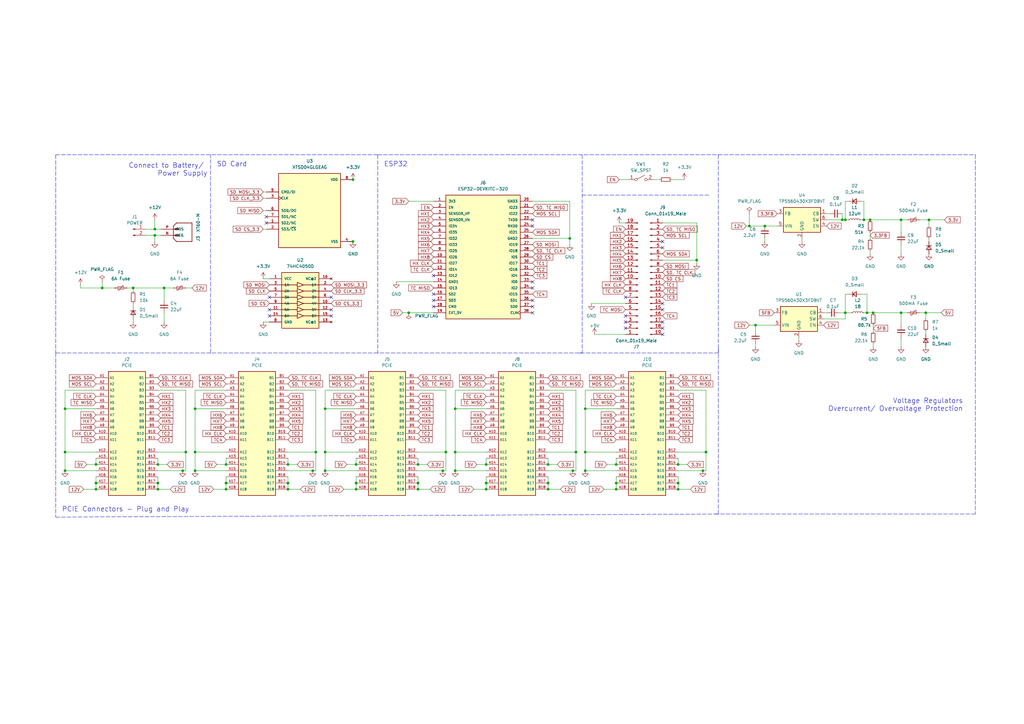
<source format=kicad_sch>
(kicad_sch (version 20211123) (generator eeschema)
  (paper "A3")
  (junction (at 236.22 185.42))
  (junction (at 144.78 73.66))
  (junction (at 186.69 185.42))
  (junction (at 369.57 128.27))
  (junction (at 356.87 90.17))
  (junction (at 240.03 185.42))
  (junction (at 167.64 128.27))
  (junction (at 118.11 198.12))
  (junction (at 309.88 133.35))
  (junction (at 234.95 193.04))
  (junction (at 67.31 118.11))
  (junction (at 171.45 200.66))
  (junction (at 133.35 167.64))
  (junction (at 224.79 190.5))
  (junction (at 80.01 167.64))
  (junction (at 54.61 118.11))
  (junction (at 129.54 185.42))
  (junction (at 118.11 200.66))
  (junction (at 63.5 96.52))
  (junction (at 199.39 200.66))
  (junction (at 26.67 167.64))
  (junction (at 92.71 190.5))
  (junction (at 146.05 190.5))
  (junction (at 278.13 198.12))
  (junction (at 358.14 128.27))
  (junction (at 199.39 198.12))
  (junction (at 144.78 99.06))
  (junction (at 252.73 200.66))
  (junction (at 224.79 200.66))
  (junction (at 64.77 190.5))
  (junction (at 146.05 200.66))
  (junction (at 354.33 90.17))
  (junction (at 369.57 90.17))
  (junction (at 199.39 190.5))
  (junction (at 133.35 193.04))
  (junction (at 92.71 198.12))
  (junction (at 240.03 167.64))
  (junction (at 133.35 185.42))
  (junction (at 252.73 190.5))
  (junction (at 39.37 200.66))
  (junction (at 39.37 198.12))
  (junction (at 381 90.17))
  (junction (at 182.88 185.42))
  (junction (at 252.73 198.12))
  (junction (at 80.01 185.42))
  (junction (at 278.13 190.5))
  (junction (at 146.05 198.12))
  (junction (at 288.29 193.04))
  (junction (at 39.37 190.5))
  (junction (at 186.69 167.64))
  (junction (at 74.93 193.04))
  (junction (at 224.79 198.12))
  (junction (at 41.91 118.11))
  (junction (at 118.11 190.5))
  (junction (at 26.67 185.42))
  (junction (at 64.77 198.12))
  (junction (at 345.44 90.17))
  (junction (at 285.75 106.68))
  (junction (at 92.71 200.66))
  (junction (at 64.77 200.66))
  (junction (at 80.01 193.04))
  (junction (at 233.68 97.79))
  (junction (at 346.71 128.27))
  (junction (at 186.69 193.04))
  (junction (at 76.2 185.42))
  (junction (at 355.6 128.27))
  (junction (at 63.5 93.98))
  (junction (at 379.73 128.27))
  (junction (at 346.71 90.17))
  (junction (at 26.67 193.04))
  (junction (at 181.61 193.04))
  (junction (at 240.03 193.04))
  (junction (at 278.13 200.66))
  (junction (at 128.27 193.04))
  (junction (at 171.45 190.5))
  (junction (at 307.34 92.71))
  (junction (at 171.45 198.12))
  (junction (at 313.69 92.71))
  (junction (at 289.56 185.42))
  (no_connect (at 271.78 99.06))
  (no_connect (at 256.54 134.62))
  (no_connect (at 135.89 121.92))
  (no_connect (at 256.54 132.08))
  (no_connect (at 271.78 101.6))
  (no_connect (at 177.8 125.73))
  (no_connect (at 256.54 121.92))
  (no_connect (at 218.44 128.27))
  (no_connect (at 218.44 90.17))
  (no_connect (at 218.44 92.71))
  (no_connect (at 135.89 127))
  (no_connect (at 271.78 134.62))
  (no_connect (at 218.44 125.73))
  (no_connect (at 177.8 123.19))
  (no_connect (at 110.49 127))
  (no_connect (at 271.78 127))
  (no_connect (at 177.8 113.03))
  (no_connect (at 110.49 129.54))
  (no_connect (at 271.78 124.46))
  (no_connect (at 271.78 132.08))
  (no_connect (at 218.44 123.19))
  (no_connect (at 218.44 118.11))
  (no_connect (at 109.22 88.9))
  (no_connect (at 177.8 120.65))
  (no_connect (at 218.44 115.57))
  (no_connect (at 110.49 121.92))
  (no_connect (at 109.22 91.44))
  (no_connect (at 135.89 129.54))
  (no_connect (at 271.78 137.16))
  (no_connect (at 256.54 129.54))
  (wire (pts (xy 67.31 118.11) (xy 71.12 118.11)))
  (wire (pts (xy 309.88 140.97) (xy 309.88 142.24)))
  (polyline (pts (xy 238.76 80.01) (xy 290.83 80.01)))
  (wire (pts (xy 278.13 185.42) (xy 289.56 185.42)))
  (wire (pts (xy 346.71 82.55) (xy 346.71 90.17)))
  (polyline (pts (xy 154.94 63.5) (xy 294.64 63.5)))
  (polyline (pts (xy 22.86 63.5) (xy 154.94 63.5)))
  (wire (pts (xy 107.95 93.98) (xy 109.22 93.98)))
  (wire (pts (xy 107.95 78.74) (xy 109.22 78.74)))
  (wire (pts (xy 54.61 124.46) (xy 54.61 125.73)))
  (wire (pts (xy 381 97.79) (xy 381 99.06)))
  (wire (pts (xy 195.58 190.5) (xy 199.39 190.5)))
  (wire (pts (xy 236.22 185.42) (xy 236.22 193.04)))
  (polyline (pts (xy 22.86 63.5) (xy 22.86 144.78)))
  (wire (pts (xy 64.77 198.12) (xy 64.77 200.66)))
  (wire (pts (xy 271.78 91.44) (xy 285.75 91.44)))
  (wire (pts (xy 118.11 193.04) (xy 128.27 193.04)))
  (wire (pts (xy 59.69 93.98) (xy 63.5 93.98)))
  (wire (pts (xy 26.67 167.64) (xy 26.67 185.42)))
  (wire (pts (xy 356.87 90.17) (xy 369.57 90.17)))
  (wire (pts (xy 278.13 200.66) (xy 283.21 200.66)))
  (wire (pts (xy 54.61 118.11) (xy 54.61 119.38)))
  (wire (pts (xy 118.11 187.96) (xy 118.11 190.5)))
  (wire (pts (xy 233.68 100.33) (xy 233.68 97.79)))
  (wire (pts (xy 347.98 120.65) (xy 346.71 120.65)))
  (polyline (pts (xy 294.64 63.5) (xy 294.64 144.78)))
  (wire (pts (xy 54.61 130.81) (xy 54.61 132.08)))
  (wire (pts (xy 107.95 86.36) (xy 109.22 86.36)))
  (wire (pts (xy 80.01 193.04) (xy 92.71 193.04)))
  (wire (pts (xy 80.01 167.64) (xy 92.71 167.64)))
  (wire (pts (xy 353.06 90.17) (xy 354.33 90.17)))
  (wire (pts (xy 339.09 87.63) (xy 340.36 87.63)))
  (wire (pts (xy 52.07 118.11) (xy 54.61 118.11)))
  (wire (pts (xy 278.13 187.96) (xy 278.13 190.5)))
  (wire (pts (xy 252.73 160.02) (xy 240.03 160.02)))
  (wire (pts (xy 224.79 198.12) (xy 224.79 200.66)))
  (polyline (pts (xy 238.76 144.78) (xy 237.49 144.78)))
  (wire (pts (xy 67.31 128.27) (xy 67.31 132.08)))
  (wire (pts (xy 41.91 118.11) (xy 46.99 118.11)))
  (wire (pts (xy 254 73.66) (xy 257.81 73.66)))
  (wire (pts (xy 186.69 193.04) (xy 199.39 193.04)))
  (wire (pts (xy 339.09 90.17) (xy 345.44 90.17)))
  (wire (pts (xy 80.01 160.02) (xy 80.01 167.64)))
  (wire (pts (xy 33.02 118.11) (xy 41.91 118.11)))
  (polyline (pts (xy 22.86 144.78) (xy 22.86 212.09)))
  (wire (pts (xy 275.59 73.66) (xy 280.67 73.66)))
  (wire (pts (xy 182.88 160.02) (xy 182.88 185.42)))
  (wire (pts (xy 140.97 200.66) (xy 146.05 200.66)))
  (wire (pts (xy 64.77 160.02) (xy 76.2 160.02)))
  (wire (pts (xy 236.22 160.02) (xy 236.22 185.42)))
  (wire (pts (xy 353.06 82.55) (xy 354.33 82.55)))
  (wire (pts (xy 142.24 190.5) (xy 146.05 190.5)))
  (wire (pts (xy 252.73 195.58) (xy 252.73 198.12)))
  (wire (pts (xy 309.88 133.35) (xy 317.5 133.35)))
  (wire (pts (xy 199.39 198.12) (xy 199.39 200.66)))
  (wire (pts (xy 236.22 193.04) (xy 234.95 193.04)))
  (wire (pts (xy 381 90.17) (xy 381 92.71)))
  (polyline (pts (xy 400.05 210.82) (xy 293.37 210.82)))
  (wire (pts (xy 182.88 193.04) (xy 181.61 193.04)))
  (wire (pts (xy 354.33 90.17) (xy 356.87 90.17)))
  (wire (pts (xy 307.34 87.63) (xy 307.34 92.71)))
  (wire (pts (xy 118.11 200.66) (xy 123.19 200.66)))
  (wire (pts (xy 171.45 160.02) (xy 182.88 160.02)))
  (wire (pts (xy 146.05 160.02) (xy 133.35 160.02)))
  (polyline (pts (xy 294.64 63.5) (xy 400.05 63.5)))
  (wire (pts (xy 278.13 198.12) (xy 278.13 200.66)))
  (wire (pts (xy 118.11 190.5) (xy 121.92 190.5)))
  (wire (pts (xy 267.97 73.66) (xy 270.51 73.66)))
  (wire (pts (xy 142.24 73.66) (xy 144.78 73.66)))
  (wire (pts (xy 76.2 185.42) (xy 76.2 193.04)))
  (wire (pts (xy 171.45 185.42) (xy 182.88 185.42)))
  (wire (pts (xy 171.45 187.96) (xy 171.45 190.5)))
  (wire (pts (xy 354.33 128.27) (xy 355.6 128.27)))
  (wire (pts (xy 186.69 160.02) (xy 186.69 167.64)))
  (wire (pts (xy 76.2 193.04) (xy 74.93 193.04)))
  (wire (pts (xy 182.88 185.42) (xy 182.88 193.04)))
  (wire (pts (xy 76.2 118.11) (xy 78.74 118.11)))
  (wire (pts (xy 107.95 132.08) (xy 110.49 132.08)))
  (wire (pts (xy 356.87 102.87) (xy 356.87 104.14)))
  (wire (pts (xy 194.31 200.66) (xy 199.39 200.66)))
  (wire (pts (xy 355.6 120.65) (xy 355.6 128.27)))
  (wire (pts (xy 247.65 200.66) (xy 252.73 200.66)))
  (wire (pts (xy 379.73 128.27) (xy 386.08 128.27)))
  (wire (pts (xy 345.44 87.63) (xy 345.44 90.17)))
  (wire (pts (xy 327.66 138.43) (xy 327.66 139.7)))
  (wire (pts (xy 379.73 135.89) (xy 379.73 137.16)))
  (wire (pts (xy 369.57 100.33) (xy 369.57 104.14)))
  (wire (pts (xy 64.77 185.42) (xy 76.2 185.42)))
  (wire (pts (xy 369.57 128.27) (xy 372.11 128.27)))
  (wire (pts (xy 146.05 187.96) (xy 146.05 190.5)))
  (wire (pts (xy 87.63 200.66) (xy 92.71 200.66)))
  (wire (pts (xy 358.14 133.35) (xy 358.14 135.89)))
  (wire (pts (xy 278.13 190.5) (xy 281.94 190.5)))
  (wire (pts (xy 92.71 195.58) (xy 92.71 198.12)))
  (wire (pts (xy 224.79 185.42) (xy 236.22 185.42)))
  (wire (pts (xy 167.64 82.55) (xy 177.8 82.55)))
  (wire (pts (xy 34.29 200.66) (xy 39.37 200.66)))
  (wire (pts (xy 186.69 167.64) (xy 199.39 167.64)))
  (wire (pts (xy 218.44 82.55) (xy 233.68 82.55)))
  (wire (pts (xy 358.14 140.97) (xy 358.14 142.24)))
  (wire (pts (xy 240.03 193.04) (xy 252.73 193.04)))
  (wire (pts (xy 337.82 130.81) (xy 346.71 130.81)))
  (wire (pts (xy 129.54 185.42) (xy 129.54 193.04)))
  (wire (pts (xy 242.57 124.46) (xy 256.54 124.46)))
  (wire (pts (xy 26.67 185.42) (xy 26.67 193.04)))
  (wire (pts (xy 171.45 200.66) (xy 176.53 200.66)))
  (wire (pts (xy 80.01 185.42) (xy 92.71 185.42)))
  (wire (pts (xy 118.11 195.58) (xy 118.11 198.12)))
  (wire (pts (xy 26.67 193.04) (xy 39.37 193.04)))
  (wire (pts (xy 92.71 187.96) (xy 92.71 190.5)))
  (polyline (pts (xy 400.05 63.5) (xy 400.05 210.82)))
  (wire (pts (xy 252.73 198.12) (xy 252.73 200.66)))
  (wire (pts (xy 224.79 193.04) (xy 234.95 193.04)))
  (wire (pts (xy 347.98 82.55) (xy 346.71 82.55)))
  (wire (pts (xy 41.91 115.57) (xy 41.91 118.11)))
  (wire (pts (xy 63.5 93.98) (xy 66.04 93.98)))
  (wire (pts (xy 369.57 138.43) (xy 369.57 142.24)))
  (wire (pts (xy 240.03 185.42) (xy 252.73 185.42)))
  (wire (pts (xy 59.69 96.52) (xy 63.5 96.52)))
  (wire (pts (xy 118.11 160.02) (xy 129.54 160.02)))
  (wire (pts (xy 171.45 193.04) (xy 181.61 193.04)))
  (wire (pts (xy 167.64 128.27) (xy 177.8 128.27)))
  (wire (pts (xy 80.01 167.64) (xy 80.01 185.42)))
  (wire (pts (xy 35.56 190.5) (xy 39.37 190.5)))
  (wire (pts (xy 218.44 97.79) (xy 233.68 97.79)))
  (wire (pts (xy 307.34 92.71) (xy 313.69 92.71)))
  (wire (pts (xy 356.87 95.25) (xy 356.87 97.79)))
  (wire (pts (xy 289.56 160.02) (xy 289.56 185.42)))
  (polyline (pts (xy 154.94 63.5) (xy 154.94 144.78)))
  (wire (pts (xy 313.69 92.71) (xy 318.77 92.71)))
  (wire (pts (xy 146.05 195.58) (xy 146.05 198.12)))
  (wire (pts (xy 107.95 81.28) (xy 109.22 81.28)))
  (wire (pts (xy 88.9 190.5) (xy 92.71 190.5)))
  (wire (pts (xy 133.35 167.64) (xy 133.35 185.42)))
  (wire (pts (xy 285.75 91.44) (xy 285.75 106.68)))
  (wire (pts (xy 146.05 198.12) (xy 146.05 200.66)))
  (wire (pts (xy 278.13 193.04) (xy 288.29 193.04)))
  (wire (pts (xy 278.13 195.58) (xy 278.13 198.12)))
  (wire (pts (xy 372.11 90.17) (xy 369.57 90.17)))
  (wire (pts (xy 346.71 90.17) (xy 347.98 90.17)))
  (wire (pts (xy 76.2 160.02) (xy 76.2 185.42)))
  (wire (pts (xy 39.37 187.96) (xy 39.37 190.5)))
  (wire (pts (xy 162.56 115.57) (xy 177.8 115.57)))
  (wire (pts (xy 165.1 128.27) (xy 167.64 128.27)))
  (wire (pts (xy 171.45 195.58) (xy 171.45 198.12)))
  (wire (pts (xy 307.34 133.35) (xy 309.88 133.35)))
  (wire (pts (xy 133.35 185.42) (xy 146.05 185.42)))
  (wire (pts (xy 252.73 187.96) (xy 252.73 190.5)))
  (wire (pts (xy 344.17 128.27) (xy 346.71 128.27)))
  (wire (pts (xy 118.11 198.12) (xy 118.11 200.66)))
  (polyline (pts (xy 294.64 144.78) (xy 154.94 144.78)))
  (wire (pts (xy 186.69 185.42) (xy 186.69 193.04)))
  (wire (pts (xy 80.01 185.42) (xy 80.01 193.04)))
  (wire (pts (xy 39.37 195.58) (xy 39.37 198.12)))
  (polyline (pts (xy 86.36 144.78) (xy 86.36 63.5)))
  (wire (pts (xy 171.45 198.12) (xy 171.45 200.66)))
  (wire (pts (xy 92.71 160.02) (xy 80.01 160.02)))
  (wire (pts (xy 171.45 190.5) (xy 175.26 190.5)))
  (wire (pts (xy 240.03 185.42) (xy 240.03 193.04)))
  (wire (pts (xy 133.35 160.02) (xy 133.35 167.64)))
  (wire (pts (xy 285.75 107.95) (xy 285.75 106.68)))
  (polyline (pts (xy 294.64 210.82) (xy 294.64 142.24)))
  (wire (pts (xy 240.03 167.64) (xy 240.03 185.42)))
  (wire (pts (xy 377.19 128.27) (xy 379.73 128.27)))
  (wire (pts (xy 26.67 160.02) (xy 26.67 167.64)))
  (wire (pts (xy 289.56 185.42) (xy 289.56 193.04)))
  (wire (pts (xy 186.69 185.42) (xy 199.39 185.42)))
  (wire (pts (xy 328.93 97.79) (xy 328.93 99.06)))
  (wire (pts (xy 353.06 120.65) (xy 355.6 120.65)))
  (wire (pts (xy 186.69 167.64) (xy 186.69 185.42)))
  (wire (pts (xy 133.35 193.04) (xy 146.05 193.04)))
  (wire (pts (xy 199.39 195.58) (xy 199.39 198.12)))
  (wire (pts (xy 254 91.44) (xy 256.54 91.44)))
  (wire (pts (xy 243.84 137.16) (xy 256.54 137.16)))
  (wire (pts (xy 337.82 128.27) (xy 339.09 128.27)))
  (wire (pts (xy 379.73 128.27) (xy 379.73 130.81)))
  (wire (pts (xy 271.78 106.68) (xy 285.75 106.68)))
  (wire (pts (xy 240.03 160.02) (xy 240.03 167.64)))
  (wire (pts (xy 63.5 96.52) (xy 66.04 96.52)))
  (wire (pts (xy 64.77 200.66) (xy 69.85 200.66)))
  (wire (pts (xy 345.44 90.17) (xy 346.71 90.17)))
  (wire (pts (xy 64.77 193.04) (xy 74.93 193.04)))
  (wire (pts (xy 107.95 114.3) (xy 110.49 114.3)))
  (wire (pts (xy 199.39 160.02) (xy 186.69 160.02)))
  (wire (pts (xy 63.5 96.52) (xy 63.5 99.06)))
  (wire (pts (xy 377.19 90.17) (xy 381 90.17)))
  (wire (pts (xy 248.92 190.5) (xy 252.73 190.5)))
  (wire (pts (xy 67.31 123.19) (xy 67.31 118.11)))
  (wire (pts (xy 369.57 128.27) (xy 369.57 133.35)))
  (wire (pts (xy 133.35 167.64) (xy 146.05 167.64)))
  (wire (pts (xy 199.39 187.96) (xy 199.39 190.5)))
  (wire (pts (xy 240.03 167.64) (xy 252.73 167.64)))
  (wire (pts (xy 224.79 160.02) (xy 236.22 160.02)))
  (wire (pts (xy 142.24 99.06) (xy 144.78 99.06)))
  (wire (pts (xy 306.07 92.71) (xy 307.34 92.71)))
  (wire (pts (xy 278.13 160.02) (xy 289.56 160.02)))
  (wire (pts (xy 346.71 120.65) (xy 346.71 128.27)))
  (wire (pts (xy 358.14 128.27) (xy 369.57 128.27)))
  (wire (pts (xy 224.79 190.5) (xy 228.6 190.5)))
  (wire (pts (xy 26.67 167.64) (xy 39.37 167.64)))
  (wire (pts (xy 118.11 185.42) (xy 129.54 185.42)))
  (wire (pts (xy 233.68 82.55) (xy 233.68 97.79)))
  (wire (pts (xy 354.33 82.55) (xy 354.33 90.17)))
  (wire (pts (xy 64.77 187.96) (xy 64.77 190.5)))
  (wire (pts (xy 63.5 90.17) (xy 63.5 93.98)))
  (wire (pts (xy 64.77 190.5) (xy 68.58 190.5)))
  (wire (pts (xy 313.69 97.79) (xy 313.69 99.06)))
  (wire (pts (xy 224.79 187.96) (xy 224.79 190.5)))
  (wire (pts (xy 64.77 195.58) (xy 64.77 198.12)))
  (wire (pts (xy 129.54 160.02) (xy 129.54 185.42)))
  (wire (pts (xy 133.35 185.42) (xy 133.35 193.04)))
  (wire (pts (xy 33.02 118.11) (xy 33.02 116.84)))
  (polyline (pts (xy 22.86 212.09) (xy 294.64 210.82)))
  (wire (pts (xy 346.71 130.81) (xy 346.71 128.27)))
  (wire (pts (xy 26.67 185.42) (xy 39.37 185.42)))
  (wire (pts (xy 54.61 118.11) (xy 67.31 118.11)))
  (polyline (pts (xy 238.76 63.5) (xy 238.76 144.78)))
  (wire (pts (xy 381 90.17) (xy 387.35 90.17)))
  (wire (pts (xy 39.37 160.02) (xy 26.67 160.02)))
  (wire (pts (xy 224.79 200.66) (xy 229.87 200.66)))
  (wire (pts (xy 289.56 193.04) (xy 288.29 193.04)))
  (wire (pts (xy 129.54 193.04) (xy 128.27 193.04)))
  (wire (pts (xy 369.57 90.17) (xy 369.57 95.25)))
  (wire (pts (xy 355.6 128.27) (xy 358.14 128.27)))
  (wire (pts (xy 346.71 128.27) (xy 349.25 128.27)))
  (polyline (pts (xy 154.94 144.78) (xy 22.86 144.78)))
  (wire (pts (xy 39.37 198.12) (xy 39.37 200.66)))
  (wire (pts (xy 309.88 133.35) (xy 309.88 135.89)))
  (wire (pts (xy 224.79 195.58) (xy 224.79 198.12)))
  (wire (pts (xy 92.71 198.12) (xy 92.71 200.66)))
  (text "PCIE Connectors - Plug and Play\n\n" (at 25.4 213.36 0) (effects (font (size 2 2)) (justify left bottom)))
  (text "SD Card" (at 88.9 68.58 0) (effects (font (size 2 2)) (justify left bottom)))
  (text "ESP32" (at 157.48 68.58 0) (effects (font (size 2 2)) (justify left bottom)))
  (text "Voltage Regulators\nOvercurrent/ Overvoltage Protection" (at 394.97 168.91 180) (effects (font (size 2 2)) (justify right bottom)))
  (text "Connect to Battery/ \nPower Supply" (at 85.09 72.39 180) (effects (font (size 2 2)) (justify right bottom)))
  (global_label "HX3" (shape input) (at 171.45 167.64 0) (property "Intersheet References" "${INTERSHEET_REFS}" (effects hide)))
  (global_label "SD, TC MISO" (shape input) (at 278.13 157.48 0) (property "Intersheet References" "${INTERSHEET_REFS}" (effects hide)))
  (global_label "SD, TC CLK" (shape input) (at 224.79 154.94 0) (property "Intersheet References" "${INTERSHEET_REFS}" (effects hide)))
  (global_label "3.3V" (shape input) (at 167.64 82.55 180) (property "Intersheet References" "${INTERSHEET_REFS}" (effects hide)))
  (global_label "TC2" (shape input) (at 278.13 177.8 0) (property "Intersheet References" "${INTERSHEET_REFS}" (effects hide)))
  (global_label "TC4" (shape input) (at 146.05 180.34 180) (property "Intersheet References" "${INTERSHEET_REFS}" (effects hide)))
  (global_label "MOS SCL" (shape input) (at 146.05 157.48 180) (property "Intersheet References" "${INTERSHEET_REFS}" (effects hide)))
  (global_label "TC CLK" (shape input) (at 146.05 162.56 180) (property "Intersheet References" "${INTERSHEET_REFS}" (effects hide)))
  (global_label "HX2" (shape input) (at 278.13 165.1 0) (property "Intersheet References" "${INTERSHEET_REFS}" (effects hide)))
  (global_label "MOS SCL" (shape input) (at 252.73 157.48 180) (property "Intersheet References" "${INTERSHEET_REFS}" (effects hide)))
  (global_label "TC4" (shape input) (at 271.78 129.54 0) (property "Intersheet References" "${INTERSHEET_REFS}" (effects hide)))
  (global_label "HX8" (shape input) (at 252.73 175.26 180) (property "Intersheet References" "${INTERSHEET_REFS}" (effects hide)))
  (global_label "MOS SCL" (shape input) (at 218.44 87.63 0) (property "Intersheet References" "${INTERSHEET_REFS}" (effects hide)))
  (global_label "12V" (shape input) (at 194.31 200.66 180) (property "Intersheet References" "${INTERSHEET_REFS}" (effects hide)))
  (global_label "HX1" (shape input) (at 177.8 87.63 180) (property "Intersheet References" "${INTERSHEET_REFS}" (effects hide)))
  (global_label "HX2" (shape input) (at 118.11 165.1 0) (property "Intersheet References" "${INTERSHEET_REFS}" (effects hide)))
  (global_label "SD, TC CLK" (shape input) (at 118.11 154.94 0) (property "Intersheet References" "${INTERSHEET_REFS}" (effects hide)))
  (global_label "HX6" (shape input) (at 252.73 170.18 180) (property "Intersheet References" "${INTERSHEET_REFS}" (effects hide)))
  (global_label "12V" (shape input) (at 69.85 200.66 0) (property "Intersheet References" "${INTERSHEET_REFS}" (effects hide)))
  (global_label "HX1" (shape input) (at 171.45 162.56 0) (property "Intersheet References" "${INTERSHEET_REFS}" (effects hide)))
  (global_label "MOS SDA" (shape input) (at 218.44 95.25 0) (property "Intersheet References" "${INTERSHEET_REFS}" (effects hide)))
  (global_label "SD, TC CLK" (shape input) (at 278.13 154.94 0) (property "Intersheet References" "${INTERSHEET_REFS}" (effects hide)))
  (global_label "TC MISO" (shape input) (at 252.73 165.1 180) (property "Intersheet References" "${INTERSHEET_REFS}" (effects hide)))
  (global_label "MOS SDA" (shape input) (at 92.71 154.94 180) (property "Intersheet References" "${INTERSHEET_REFS}" (effects hide)))
  (global_label "TC3" (shape input) (at 64.77 180.34 0) (property "Intersheet References" "${INTERSHEET_REFS}" (effects hide)))
  (global_label "SD CLK_3.3" (shape input) (at 107.95 81.28 180) (property "Intersheet References" "${INTERSHEET_REFS}" (effects hide)))
  (global_label "TC1" (shape input) (at 118.11 175.26 0) (property "Intersheet References" "${INTERSHEET_REFS}" (effects hide)))
  (global_label "TC MISO" (shape input) (at 39.37 165.1 180) (property "Intersheet References" "${INTERSHEET_REFS}" (effects hide)))
  (global_label "HX7" (shape input) (at 252.73 172.72 180) (property "Intersheet References" "${INTERSHEET_REFS}" (effects hide)))
  (global_label "HX4" (shape input) (at 256.54 104.14 180) (property "Intersheet References" "${INTERSHEET_REFS}" (effects hide)))
  (global_label "HX7" (shape input) (at 256.54 111.76 180) (property "Intersheet References" "${INTERSHEET_REFS}" (effects hide)))
  (global_label "5V" (shape input) (at 88.9 190.5 180) (property "Intersheet References" "${INTERSHEET_REFS}" (effects hide)))
  (global_label "HX5" (shape input) (at 278.13 172.72 0) (property "Intersheet References" "${INTERSHEET_REFS}" (effects hide)))
  (global_label "SD MOSI" (shape input) (at 110.49 116.84 180) (property "Intersheet References" "${INTERSHEET_REFS}" (effects hide)))
  (global_label "HX CLK" (shape input) (at 146.05 177.8 180) (property "Intersheet References" "${INTERSHEET_REFS}" (effects hide)))
  (global_label "SD MOSI_3.3" (shape input) (at 107.95 78.74 180) (property "Intersheet References" "${INTERSHEET_REFS}" (effects hide)))
  (global_label "HX2" (shape input) (at 256.54 99.06 180) (property "Intersheet References" "${INTERSHEET_REFS}" (effects hide)))
  (global_label "SD, TC MISO" (shape input) (at 271.78 93.98 0) (property "Intersheet References" "${INTERSHEET_REFS}" (effects hide)))
  (global_label "HX CLK" (shape input) (at 256.54 116.84 180) (property "Intersheet References" "${INTERSHEET_REFS}" (effects hide)))
  (global_label "12V" (shape input) (at 339.09 92.71 0) (property "Intersheet References" "${INTERSHEET_REFS}" (effects hide)))
  (global_label "SD CS_3.3" (shape input) (at 135.89 124.46 0) (property "Intersheet References" "${INTERSHEET_REFS}" (effects hide)))
  (global_label "HX6" (shape input) (at 92.71 170.18 180) (property "Intersheet References" "${INTERSHEET_REFS}" (effects hide)))
  (global_label "HX4" (shape input) (at 171.45 170.18 0) (property "Intersheet References" "${INTERSHEET_REFS}" (effects hide)))
  (global_label "HX4" (shape input) (at 278.13 170.18 0) (property "Intersheet References" "${INTERSHEET_REFS}" (effects hide)))
  (global_label "EN" (shape input) (at 256.54 93.98 180) (property "Intersheet References" "${INTERSHEET_REFS}" (effects hide)))
  (global_label "TC CLK" (shape input) (at 199.39 162.56 180) (property "Intersheet References" "${INTERSHEET_REFS}" (effects hide)))
  (global_label "SD, TC CLK" (shape input) (at 64.77 154.94 0) (property "Intersheet References" "${INTERSHEET_REFS}" (effects hide)))
  (global_label "12V" (shape input) (at 176.53 200.66 0) (property "Intersheet References" "${INTERSHEET_REFS}" (effects hide)))
  (global_label "SD, TC CLK" (shape input) (at 271.78 111.76 0) (property "Intersheet References" "${INTERSHEET_REFS}" (effects hide)))
  (global_label "5FB" (shape input) (at 358.14 134.62 0) (property "Intersheet References" "${INTERSHEET_REFS}" (effects hide)))
  (global_label "SD, TC MISO" (shape input) (at 224.79 157.48 0) (property "Intersheet References" "${INTERSHEET_REFS}" (effects hide)))
  (global_label "TC1" (shape input) (at 218.44 107.95 0) (property "Intersheet References" "${INTERSHEET_REFS}" (effects hide)))
  (global_label "12V" (shape input) (at 229.87 200.66 0) (property "Intersheet References" "${INTERSHEET_REFS}" (effects hide)))
  (global_label "HX7" (shape input) (at 39.37 172.72 180) (property "Intersheet References" "${INTERSHEET_REFS}" (effects hide)))
  (global_label "HX6" (shape input) (at 39.37 170.18 180) (property "Intersheet References" "${INTERSHEET_REFS}" (effects hide)))
  (global_label "TC MISO" (shape input) (at 92.71 165.1 180) (property "Intersheet References" "${INTERSHEET_REFS}" (effects hide)))
  (global_label "HX4" (shape input) (at 177.8 95.25 180) (property "Intersheet References" "${INTERSHEET_REFS}" (effects hide)))
  (global_label "HX4" (shape input) (at 64.77 170.18 0) (property "Intersheet References" "${INTERSHEET_REFS}" (effects hide)))
  (global_label "TC CLK" (shape input) (at 177.8 110.49 180) (property "Intersheet References" "${INTERSHEET_REFS}" (effects hide)))
  (global_label "3.3V" (shape input) (at 228.6 190.5 0) (property "Intersheet References" "${INTERSHEET_REFS}" (effects hide)))
  (global_label "TC MISO" (shape input) (at 177.8 118.11 180) (property "Intersheet References" "${INTERSHEET_REFS}" (effects hide)))
  (global_label "TC3" (shape input) (at 271.78 121.92 0) (property "Intersheet References" "${INTERSHEET_REFS}" (effects hide)))
  (global_label "TC4" (shape input) (at 39.37 180.34 180) (property "Intersheet References" "${INTERSHEET_REFS}" (effects hide)))
  (global_label "SD CS" (shape input) (at 271.78 114.3 0) (property "Intersheet References" "${INTERSHEET_REFS}" (effects hide)))
  (global_label "HX6" (shape input) (at 256.54 109.22 180) (property "Intersheet References" "${INTERSHEET_REFS}" (effects hide)))
  (global_label "3.3FB" (shape input) (at 356.87 96.52 0) (property "Intersheet References" "${INTERSHEET_REFS}" (effects hide)))
  (global_label "TC4" (shape input) (at 92.71 180.34 180) (property "Intersheet References" "${INTERSHEET_REFS}" (effects hide)))
  (global_label "TC3" (shape input) (at 224.79 180.34 0) (property "Intersheet References" "${INTERSHEET_REFS}" (effects hide)))
  (global_label "12V" (shape input) (at 78.74 118.11 0) (property "Intersheet References" "${INTERSHEET_REFS}" (effects hide)))
  (global_label "3.3V" (shape input) (at 175.26 190.5 0) (property "Intersheet References" "${INTERSHEET_REFS}" (effects hide)))
  (global_label "SD, TC MISO" (shape input) (at 218.44 85.09 0) (property "Intersheet References" "${INTERSHEET_REFS}" (effects hide)))
  (global_label "12V" (shape input) (at 123.19 200.66 0) (property "Intersheet References" "${INTERSHEET_REFS}" (effects hide)))
  (global_label "5V" (shape input) (at 386.08 128.27 0) (property "Intersheet References" "${INTERSHEET_REFS}" (effects hide)))
  (global_label "HX CLK" (shape input) (at 177.8 107.95 180) (property "Intersheet References" "${INTERSHEET_REFS}" (effects hide)))
  (global_label "HX8" (shape input) (at 177.8 105.41 180) (property "Intersheet References" "${INTERSHEET_REFS}" (effects hide)))
  (global_label "TC2" (shape input) (at 271.78 119.38 0) (property "Intersheet References" "${INTERSHEET_REFS}" (effects hide)))
  (global_label "HX8" (shape input) (at 146.05 175.26 180) (property "Intersheet References" "${INTERSHEET_REFS}" (effects hide)))
  (global_label "HX1" (shape input) (at 256.54 96.52 180) (property "Intersheet References" "${INTERSHEET_REFS}" (effects hide)))
  (global_label "TC1" (shape input) (at 278.13 175.26 0) (property "Intersheet References" "${INTERSHEET_REFS}" (effects hide)))
  (global_label "SD, TC CLK" (shape input) (at 171.45 154.94 0) (property "Intersheet References" "${INTERSHEET_REFS}" (effects hide)))
  (global_label "HX3" (shape input) (at 64.77 167.64 0) (property "Intersheet References" "${INTERSHEET_REFS}" (effects hide)))
  (global_label "SD, TC MISO" (shape input) (at 118.11 157.48 0) (property "Intersheet References" "${INTERSHEET_REFS}" (effects hide)))
  (global_label "HX5" (shape input) (at 256.54 106.68 180) (property "Intersheet References" "${INTERSHEET_REFS}" (effects hide)))
  (global_label "SD, TC CLK" (shape input) (at 218.44 102.87 0) (property "Intersheet References" "${INTERSHEET_REFS}" (effects hide)))
  (global_label "12V" (shape input) (at 283.21 200.66 0) (property "Intersheet References" "${INTERSHEET_REFS}" (effects hide)))
  (global_label "HX8" (shape input) (at 39.37 175.26 180) (property "Intersheet References" "${INTERSHEET_REFS}" (effects hide)))
  (global_label "12V" (shape input) (at 34.29 200.66 180) (property "Intersheet References" "${INTERSHEET_REFS}" (effects hide)))
  (global_label "5V" (shape input) (at 142.24 190.5 180) (property "Intersheet References" "${INTERSHEET_REFS}" (effects hide)))
  (global_label "HX1" (shape input) (at 278.13 162.56 0) (property "Intersheet References" "${INTERSHEET_REFS}" (effects hide)))
  (global_label "SD MISO" (shape input) (at 107.95 86.36 180) (property "Intersheet References" "${INTERSHEET_REFS}" (effects hide)))
  (global_label "HX5" (shape input) (at 64.77 172.72 0) (property "Intersheet References" "${INTERSHEET_REFS}" (effects hide)))
  (global_label "HX7" (shape input) (at 199.39 172.72 180) (property "Intersheet References" "${INTERSHEET_REFS}" (effects hide)))
  (global_label "HX2" (shape input) (at 171.45 165.1 0) (property "Intersheet References" "${INTERSHEET_REFS}" (effects hide)))
  (global_label "HX7" (shape input) (at 92.71 172.72 180) (property "Intersheet References" "${INTERSHEET_REFS}" (effects hide)))
  (global_label "MOS SDA" (shape input) (at 271.78 104.14 0) (property "Intersheet References" "${INTERSHEET_REFS}" (effects hide)))
  (global_label "3.3FB" (shape input) (at 318.77 87.63 180) (property "Intersheet References" "${INTERSHEET_REFS}" (effects hide)))
  (global_label "TC CLK" (shape input) (at 39.37 162.56 180) (property "Intersheet References" "${INTERSHEET_REFS}" (effects hide)))
  (global_label "12V" (shape input) (at 247.65 200.66 180) (property "Intersheet References" "${INTERSHEET_REFS}" (effects hide)))
  (global_label "HX3" (shape input) (at 177.8 92.71 180) (property "Intersheet References" "${INTERSHEET_REFS}" (effects hide)))
  (global_label "5V" (shape input) (at 35.56 190.5 180) (property "Intersheet References" "${INTERSHEET_REFS}" (effects hide)))
  (global_label "3.3V" (shape input) (at 387.35 90.17 0) (property "Intersheet References" "${INTERSHEET_REFS}" (effects hide)))
  (global_label "MOS SCL" (shape input) (at 92.71 157.48 180) (property "Intersheet References" "${INTERSHEET_REFS}" (effects hide)))
  (global_label "SD MOSI_3.3" (shape input) (at 135.89 116.84 0) (property "Intersheet References" "${INTERSHEET_REFS}" (effects hide)))
  (global_label "TC2" (shape input) (at 118.11 177.8 0) (property "Intersheet References" "${INTERSHEET_REFS}" (effects hide)))
  (global_label "MOS SDA" (shape input) (at 146.05 154.94 180) (property "Intersheet References" "${INTERSHEET_REFS}" (effects hide)))
  (global_label "TC3" (shape input) (at 278.13 180.34 0) (property "Intersheet References" "${INTERSHEET_REFS}" (effects hide)))
  (global_label "HX1" (shape input) (at 224.79 162.56 0) (property "Intersheet References" "${INTERSHEET_REFS}" (effects hide)))
  (global_label "HX8" (shape input) (at 199.39 175.26 180) (property "Intersheet References" "${INTERSHEET_REFS}" (effects hide)))
  (global_label "5V" (shape input) (at 165.1 128.27 180) (property "Intersheet References" "${INTERSHEET_REFS}" (effects hide)))
  (global_label "HX8" (shape input) (at 256.54 114.3 180) (property "Intersheet References" "${INTERSHEET_REFS}" (effects hide)))
  (global_label "HX3" (shape input) (at 256.54 101.6 180) (property "Intersheet References" "${INTERSHEET_REFS}" (effects hide)))
  (global_label "TC MOSI" (shape input) (at 256.54 127 180) (property "Intersheet References" "${INTERSHEET_REFS}" (effects hide)))
  (global_label "HX7" (shape input) (at 177.8 102.87 180) (property "Intersheet References" "${INTERSHEET_REFS}" (effects hide)))
  (global_label "HX6" (shape input) (at 199.39 170.18 180) (property "Intersheet References" "${INTERSHEET_REFS}" (effects hide)))
  (global_label "5V" (shape input) (at 248.92 190.5 180) (property "Intersheet References" "${INTERSHEET_REFS}" (effects hide)))
  (global_label "HX4" (shape input) (at 224.79 170.18 0) (property "Intersheet References" "${INTERSHEET_REFS}" (effects hide)))
  (global_label "HX3" (shape input) (at 278.13 167.64 0) (property "Intersheet References" "${INTERSHEET_REFS}" (effects hide)))
  (global_label "TC2" (shape input) (at 224.79 177.8 0) (property "Intersheet References" "${INTERSHEET_REFS}" (effects hide)))
  (global_label "HX7" (shape input) (at 146.05 172.72 180) (property "Intersheet References" "${INTERSHEET_REFS}" (effects hide)))
  (global_label "HX5" (shape input) (at 224.79 172.72 0) (property "Intersheet References" "${INTERSHEET_REFS}" (effects hide)))
  (global_label "EN" (shape input) (at 254 73.66 180) (property "Intersheet References" "${INTERSHEET_REFS}" (effects hide)))
  (global_label "HX3" (shape input) (at 224.79 167.64 0) (property "Intersheet References" "${INTERSHEET_REFS}" (effects hide)))
  (global_label "HX5" (shape input) (at 171.45 172.72 0) (property "Intersheet References" "${INTERSHEET_REFS}" (effects hide)))
  (global_label "MOS SCL" (shape input) (at 199.39 157.48 180) (property "Intersheet References" "${INTERSHEET_REFS}" (effects hide)))
  (global_label "TC MISO" (shape input) (at 199.39 165.1 180) (property "Intersheet References" "${INTERSHEET_REFS}" (effects hide)))
  (global_label "HX2" (shape input) (at 224.79 165.1 0) (property "Intersheet References" "${INTERSHEET_REFS}" (effects hide)))
  (global_label "HX CLK" (shape input) (at 252.73 177.8 180) (property "Intersheet References" "${INTERSHEET_REFS}" (effects hide)))
  (global_label "HX2" (shape input) (at 177.8 90.17 180) (property "Intersheet References" "${INTERSHEET_REFS}" (effects hide)))
  (global_label "HX CLK" (shape input) (at 39.37 177.8 180) (property "Intersheet References" "${INTERSHEET_REFS}" (effects hide)))
  (global_label "MOS SDA" (shape input) (at 199.39 154.94 180) (property "Intersheet References" "${INTERSHEET_REFS}" (effects hide)))
  (global_label "3.3V" (shape input) (at 281.94 190.5 0) (property "Intersheet References" "${INTERSHEET_REFS}" (effects hide)))
  (global_label "5FB" (shape input) (at 317.5 128.27 180) (property "Intersheet References" "${INTERSHEET_REFS}" (effects hide)))
  (global_label "HX6" (shape input) (at 146.05 170.18 180) (property "Intersheet References" "${INTERSHEET_REFS}" (effects hide)))
  (global_label "SD CS" (shape input) (at 110.49 124.46 180) (property "Intersheet References" "${INTERSHEET_REFS}" (effects hide)))
  (global_label "HX8" (shape input) (at 92.71 175.26 180) (property "Intersheet References" "${INTERSHEET_REFS}" (effects hide)))
  (global_label "HX CLK" (shape input) (at 199.39 177.8 180) (property "Intersheet References" "${INTERSHEET_REFS}" (effects hide)))
  (global_label "MOS SCL" (shape input) (at 271.78 96.52 0) (property "Intersheet References" "${INTERSHEET_REFS}" (effects hide)))
  (global_label "TC CLK" (shape input) (at 256.54 119.38 180) (property "Intersheet References" "${INTERSHEET_REFS}" (effects hide)))
  (global_label "TC2" (shape input) (at 64.77 177.8 0) (property "Intersheet References" "${INTERSHEET_REFS}" (effects hide)))
  (global_label "SD CLK_3.3" (shape input) (at 135.89 119.38 0) (property "Intersheet References" "${INTERSHEET_REFS}" (effects hide)))
  (global_label "TC2" (shape input) (at 218.44 110.49 0) (property "Intersheet References" "${INTERSHEET_REFS}" (effects hide)))
  (global_label "SD MOSI" (shape input) (at 218.44 100.33 0) (property "Intersheet References" "${INTERSHEET_REFS}" (effects hide)))
  (global_label "HX1" (shape input) (at 118.11 162.56 0) (property "Intersheet References" "${INTERSHEET_REFS}" (effects hide)))
  (global_label "TC4" (shape input) (at 218.44 120.65 0) (property "Intersheet References" "${INTERSHEET_REFS}" (effects hide)))
  (global_label "TC3" (shape input) (at 118.11 180.34 0) (property "Intersheet References" "${INTERSHEET_REFS}" (effects hide)))
  (global_label "MOS SDA" (shape input) (at 252.73 154.94 180) (property "Intersheet References" "${INTERSHEET_REFS}" (effects hide)))
  (global_label "TC1" (shape input) (at 64.77 175.26 0) (property "Intersheet References" "${INTERSHEET_REFS}" (effects hide)))
  (global_label "5V" (shape input) (at 195.58 190.5 180) (property "Intersheet References" "${INTERSHEET_REFS}" (effects hide)))
  (global_label "SD CS_3.3" (shape input) (at 107.95 93.98 180) (property "Intersheet References" "${INTERSHEET_REFS}" (effects hide)))
  (global_label "TC CLK" (shape input) (at 92.71 162.56 180) (property "Intersheet References" "${INTERSHEET_REFS}" (effects hide)))
  (global_label "12V" (shape input) (at 140.97 200.66 180) (property "Intersheet References" "${INTERSHEET_REFS}" (effects hide)))
  (global_label "TC2" (shape input) (at 171.45 177.8 0) (property "Intersheet References" "${INTERSHEET_REFS}" (effects hide)))
  (global_label "12V" (shape input) (at 87.63 200.66 180) (property "Intersheet References" "${INTERSHEET_REFS}" (effects hide)))
  (global_label "TC CLK" (shape input) (at 252.73 162.56 180) (property "Intersheet References" "${INTERSHEET_REFS}" (effects hide)))
  (global_label "EN" (shape input) (at 177.8 85.09 180) (property "Intersheet References" "${INTERSHEET_REFS}" (effects hide)))
  (global_label "HX5" (shape input) (at 118.11 172.72 0) (property "Intersheet References" "${INTERSHEET_REFS}" (effects hide)))
  (global_label "MOS SCL" (shape input) (at 39.37 157.48 180) (property "Intersheet References" "${INTERSHEET_REFS}" (effects hide)))
  (global_label "TC4" (shape input) (at 252.73 180.34 180) (property "Intersheet References" "${INTERSHEET_REFS}" (effects hide)))
  (global_label "SD, TC MISO" (shape input) (at 64.77 157.48 0) (property "Intersheet References" "${INTERSHEET_REFS}" (effects hide)))
  (global_label "HX5" (shape input) (at 177.8 97.79 180) (property "Intersheet References" "${INTERSHEET_REFS}" (effects hide)))
  (global_label "SD MOSI" (shape input) (at 271.78 109.22 0) (property "Intersheet References" "${INTERSHEET_REFS}" (effects hide)))
  (global_label "SD CLK" (shape input) (at 110.49 119.38 180) (property "Intersheet References" "${INTERSHEET_REFS}" (effects hide)))
  (global_label "TC3" (shape input) (at 218.44 113.03 0) (property "Intersheet References" "${INTERSHEET_REFS}" (effects hide)))
  (global_label "TC3" (shape input) (at 171.45 180.34 0) (property "Intersheet References" "${INTERSHEET_REFS}" (effects hide)))
  (global_label "SD CS" (shape input) (at 218.44 105.41 0) (property "Intersheet References" "${INTERSHEET_REFS}" (effects hide)))
  (global_label "HX6" (shape input) (at 177.8 100.33 180) (property "Intersheet References" "${INTERSHEET_REFS}" (effects hide)))
  (global_label "TC1" (shape input) (at 171.45 175.26 0) (property "Intersheet References" "${INTERSHEET_REFS}" (effects hide)))
  (global_label "12V" (shape input) (at 307.34 133.35 180) (property "Intersheet References" "${INTERSHEET_REFS}" (effects hide)))
  (global_label "HX CLK" (shape input) (at 92.71 177.8 180) (property "Intersheet References" "${INTERSHEET_REFS}" (effects hide)))
  (global_label "HX2" (shape input) (at 64.77 165.1 0) (property "Intersheet References" "${INTERSHEET_REFS}" (effects hide)))
  (global_label "HX4" (shape input) (at 118.11 170.18 0) (property "Intersheet References" "${INTERSHEET_REFS}" (effects hide)))
  (global_label "12V" (shape input) (at 306.07 92.71 180) (property "Intersheet References" "${INTERSHEET_REFS}" (effects hide)))
  (global_label "3.3V" (shape input) (at 121.92 190.5 0) (property "Intersheet References" "${INTERSHEET_REFS}" (effects hide)))
  (global_label "TC MISO" (shape input) (at 146.05 165.1 180) (property "Intersheet References" "${INTERSHEET_REFS}" (effects hide)))
  (global_label "TC1" (shape input) (at 271.78 116.84 0) (property "Intersheet References" "${INTERSHEET_REFS}" (effects hide)))
  (global_label "SD, TC MISO" (shape input) (at 171.45 157.48 0) (property "Intersheet References" "${INTERSHEET_REFS}" (effects hide)))
  (global_label "HX1" (shape input) (at 64.77 162.56 0) (property "Intersheet References" "${INTERSHEET_REFS}" (effects hide)))
  (global_label "TC4" (shape input) (at 199.39 180.34 180) (property "Intersheet References" "${INTERSHEET_REFS}" (effects hide)))
  (global_label "3.3V" (shape input) (at 68.58 190.5 0) (property "Intersheet References" "${INTERSHEET_REFS}" (effects hide)))
  (global_label "TC1" (shape input) (at 224.79 175.26 0) (property "Intersheet References" "${INTERSHEET_REFS}" (effects hide)))
  (global_label "MOS SDA" (shape input) (at 39.37 154.94 180) (property "Intersheet References" "${INTERSHEET_REFS}" (effects hide)))
  (global_label "HX3" (shape input) (at 118.11 167.64 0) (property "Intersheet References" "${INTERSHEET_REFS}" (effects hide)))
  (global_label "12V" (shape input) (at 337.82 133.35 0) (property "Intersheet References" "${INTERSHEET_REFS}" (effects hide)))
  (symbol (lib_id "power:PWR_FLAG") (at 41.91 115.57 0) (unit 1)
    (property "Reference" "#FLG05" (effects hide))
    (property "Value" "PWR_FLAG" (at 41.91 110.49 0))
  )
  (symbol (lib_id "Regulator_Switching:TPS560430X3FDBVT") (at 327.66 130.81 0) (unit 1)
    (property "Reference" "U1" (at 327.66 120.65 0))
    (property "Value" "TPS560430X3FDBVT" (at 327.66 123.19 0))
    (property "Footprint" "Package_TO_SOT_SMD:SOT-23-6" (effects hide))
    (property "Datasheet" "https://www.ti.com/lit/ds/symlink/tps56339.pdf" (effects hide))
  )
  (symbol (lib_id "power:GND") (at 358.14 142.24 0) (unit 1)
    (property "Reference" "#PWR058" (effects hide))
    (property "Value" "GND" (at 358.14 147.32 0))
  )
  (symbol (lib_id "power:PWR_FLAG") (at 167.64 128.27 180) (unit 1)
    (property "Reference" "#FLG?" (effects hide))
    (property "Value" "PWR_FLAG" (at 170.18 129.5399 0) (effects (justify right)))
  )
  (symbol (lib_id "power:GND") (at 181.61 193.04 0) (unit 1)
    (property "Reference" "#PWR05" (effects hide))
    (property "Value" "GND" (at 181.61 198.12 0))
  )
  (symbol (lib_id "Device:C_Small") (at 341.63 128.27 270) (unit 1)
    (property "Reference" "C7" (at 341.63 123.19 90))
    (property "Value" "0.1uF" (at 341.63 125.73 90))
  )
  (symbol (lib_id "Connector:Conn_01x19_Male") (at 266.7 114.3 0) (unit 1)
    (property "Reference" "J9" (at 271.78 85.09 0))
    (property "Value" "Conn_01x19_Male" (at 273.05 87.63 0))
  )
  (symbol (lib_id "Connector:Conn_01x19_Male") (at 261.62 114.3 180) (unit 1)
    (property "Reference" "J7" (at 260.985 142.24 0))
    (property "Value" "Conn_01x19_Male" (at 260.985 139.7 0))
  )
  (symbol (lib_id "Device:C_Small") (at 313.69 95.25 180) (unit 1)
    (property "Reference" "C6" (at 307.34 93.98 0) (effects (justify right)))
    (property "Value" "2.2uF" (at 304.8 96.52 0) (effects (justify right)))
  )
  (symbol (lib_id "PCIE:PCIE-LP-01-01-F-DV-A-TR_(card_edge)") (at 157.48 207.01 0) (unit 1)
    (property "Reference" "J5" (at 158.75 147.32 0))
    (property "Value" "PCIE" (at 158.75 149.86 0))
  )
  (symbol (lib_id "Device:Polyfuse_Small") (at 49.53 118.11 90) (unit 1)
    (property "Reference" "F1" (at 49.53 111.76 90))
    (property "Value" "6A Fuse" (at 49.53 114.3 90))
  )
  (symbol (lib_id "power:GND") (at 240.03 193.04 0) (unit 1)
    (property "Reference" "#PWR013" (effects hide))
    (property "Value" "GND" (at 240.03 198.12 0))
  )
  (symbol (lib_id "Device:C_Small") (at 369.57 97.79 180) (unit 1)
    (property "Reference" "C9" (at 372.11 96.5135 0) (effects (justify right)))
    (property "Value" "22uF" (at 372.11 99.0535 0) (effects (justify right)))
  )
  (symbol (lib_id "Device:Polyfuse_Small") (at 374.65 90.17 90) (unit 1)
    (property "Reference" "F2" (at 374.65 83.82 90))
    (property "Value" "500mA Fuse" (at 374.65 86.36 90))
  )
  (symbol (lib_id "Device:R_Small") (at 358.14 138.43 0) (unit 1)
    (property "Reference" "R6" (at 353.06 137.16 0) (effects (justify left)))
    (property "Value" "22.1k" (at 350.52 139.7 0) (effects (justify left)))
  )
  (symbol (lib_id "Device:R_Small") (at 381 95.25 0) (unit 1)
    (property "Reference" "R8" (at 383.54 93.9799 0) (effects (justify left)))
    (property "Value" "1k" (at 383.54 96.5199 0) (effects (justify left)))
  )
  (symbol (lib_id "power:GND") (at 285.75 107.95 0) (unit 1)
    (property "Reference" "#PWR051" (effects hide))
    (property "Value" "GND" (at 285.75 113.03 0))
  )
  (symbol (lib_id "power:+12V") (at 33.02 116.84 0) (unit 1)
    (property "Reference" "#PWR06" (effects hide))
    (property "Value" "+12V" (at 33.02 111.76 0))
  )
  (symbol (lib_id "Device:C_Small") (at 342.9 87.63 270) (unit 1)
    (property "Reference" "C8" (at 342.8936 81.28 90))
    (property "Value" "0.1uF" (at 342.8936 83.82 90))
  )
  (symbol (lib_id "power:GND") (at 144.78 99.06 0) (unit 1)
    (property "Reference" "#PWR028" (effects hide))
    (property "Value" "GND" (at 144.78 104.14 0))
  )
  (symbol (lib_id "power:GND") (at 133.35 193.04 0) (unit 1)
    (property "Reference" "#PWR04" (effects hide))
    (property "Value" "GND" (at 133.35 198.12 0))
  )
  (symbol (lib_id "PCIE:PCIE-LP-01-01-F-DV-A-TR_(card_edge)") (at 264.16 207.01 0) (unit 1)
    (property "Reference" "J10" (at 265.43 147.32 0))
    (property "Value" "PCIE" (at 265.43 149.86 0))
  )
  (symbol (lib_id "Device:D_Small") (at 350.52 82.55 0) (unit 1)
    (property "Reference" "D2" (at 350.52 76.2 0))
    (property "Value" "D_Small" (at 350.52 78.74 0))
  )
  (symbol (lib_id "power:GND") (at 309.88 142.24 0) (unit 1)
    (property "Reference" "#PWR053" (effects hide))
    (property "Value" "GND" (at 309.88 147.32 0))
  )
  (symbol (lib_id "power:GND") (at 26.67 193.04 0) (unit 1)
    (property "Reference" "#PWR01" (effects hide))
    (property "Value" "GND" (at 26.67 198.12 0))
  )
  (symbol (lib_id "Device:D_Small") (at 350.52 120.65 0) (unit 1)
    (property "Reference" "D3" (at 350.52 114.3 0))
    (property "Value" "D_Small" (at 350.52 116.84 0))
  )
  (symbol (lib_id "power:GND") (at 379.73 142.24 0) (unit 1)
    (property "Reference" "#PWR061" (effects hide))
    (property "Value" "GND" (at 379.73 147.32 0))
  )
  (symbol (lib_id "power:GND") (at 381 104.14 0) (unit 1)
    (property "Reference" "#PWR062" (effects hide))
    (property "Value" "GND" (at 381 109.22 0))
  )
  (symbol (lib_id "Connector:Conn_01x02_Male") (at 54.61 93.98 0) (unit 1)
    (property "Reference" "J1" (at 55.245 88.9 0))
    (property "Value" "POWER" (at 55.245 91.44 0))
  )
  (symbol (lib_id "power:GND") (at 313.69 99.06 0) (unit 1)
    (property "Reference" "#PWR054" (effects hide))
    (property "Value" "GND" (at 313.69 104.14 0))
  )
  (symbol (lib_id "power:+3.3V") (at 144.78 73.66 0) (unit 1)
    (property "Reference" "#PWR027" (effects hide))
    (property "Value" "+3.3V" (at 144.78 68.58 0))
  )
  (symbol (lib_id "power:+5V") (at 243.84 137.16 0) (unit 1)
    (property "Reference" "#PWR044" (effects hide))
    (property "Value" "+5V" (at 243.84 133.604 0))
  )
  (symbol (lib_id "power:GND") (at 186.69 193.04 0) (unit 1)
    (property "Reference" "#PWR07" (effects hide))
    (property "Value" "GND" (at 186.69 198.12 0))
  )
  (symbol (lib_id "Device:Polyfuse_Small") (at 374.65 128.27 90) (unit 1)
    (property "Reference" "F3" (at 374.65 121.92 90))
    (property "Value" "500mA Fuse" (at 374.65 124.46 90))
  )
  (symbol (lib_id "Regulator_Switching:TPS560430X3FDBVT") (at 328.93 90.17 0) (unit 1)
    (property "Reference" "U4" (at 328.93 80.01 0))
    (property "Value" "TPS560430X3FDBVT" (at 328.93 82.55 0))
    (property "Footprint" "Package_TO_SOT_SMD:SOT-23-6" (effects hide))
    (property "Datasheet" "https://www.ti.com/lit/ds/symlink/tps56339.pdf" (effects hide))
  )
  (symbol (lib_id "power:GND") (at 242.57 124.46 0) (unit 1)
    (property "Reference" "#PWR043" (effects hide))
    (property "Value" "GND" (at 242.57 129.54 0))
  )
  (symbol (lib_id "power:GND") (at 107.95 132.08 0) (unit 1)
    (property "Reference" "#PWR020" (effects hide))
    (property "Value" "GND" (at 107.95 137.16 0))
  )
  (symbol (lib_id "power:GND") (at 369.57 104.14 0) (unit 1)
    (property "Reference" "#PWR059" (effects hide))
    (property "Value" "GND" (at 369.57 109.22 0))
  )
  (symbol (lib_id "Device:R_Small") (at 356.87 92.71 0) (unit 1)
    (property "Reference" "R3" (at 351.79 92.71 0) (effects (justify left)))
    (property "Value" "51k" (at 350.52 95.25 0) (effects (justify left)))
  )
  (symbol (lib_id "power:GND") (at 327.66 139.7 0) (unit 1)
    (property "Reference" "#PWR055" (effects hide))
    (property "Value" "GND" (at 327.66 144.78 0))
  )
  (symbol (lib_id "power:+3.3V") (at 254 91.44 0) (unit 1)
    (property "Reference" "#PWR047" (effects hide))
    (property "Value" "+3.3V" (at 254 86.36 0))
  )
  (symbol (lib_id "power:GND") (at 74.93 193.04 0) (unit 1)
    (property "Reference" "#PWR016" (effects hide))
    (property "Value" "GND" (at 74.93 198.12 0))
  )
  (symbol (lib_id "power:GND") (at 128.27 193.04 0) (unit 1)
    (property "Reference" "#PWR03" (effects hide))
    (property "Value" "GND" (at 128.27 198.12 0))
  )
  (symbol (lib_id "power:GND") (at 233.68 100.33 0) (unit 1)
    (property "Reference" "#PWR040" (effects hide))
    (property "Value" "GND" (at 233.68 105.41 0))
  )
  (symbol (lib_id "PCIE:PCIE-LP-01-01-F-DV-A-TR_(card_edge)") (at 50.8 207.01 0) (unit 1)
    (property "Reference" "J2" (at 52.07 147.32 0))
    (property "Value" "PCIE" (at 52.07 149.86 0))
  )
  (symbol (lib_id "ESP32:ESP32-DEVKITC-32D") (at 198.12 105.41 0) (unit 1)
    (property "Reference" "J6" (at 198.12 74.93 0))
    (property "Value" "ESP32-DEVKITC-32D" (at 198.12 77.47 0))
    (property "Footprint" "MODULE_ESP32-DEVKITC-32D" (effects hide))
    (property "MANUFACTURER" "Espressif Systems" (effects hide))
    (property "PARTREV" "4" (effects hide))
  )
  (symbol (lib_id "Device:D_Small") (at 381 101.6 270) (unit 1)
    (property "Reference" "D5" (at 383.54 100.3299 90) (effects (justify left)))
    (property "Value" "D_Small" (at 383.54 102.8699 90) (effects (justify left)))
  )
  (symbol (lib_id "Device:R_Small") (at 273.05 73.66 90) (unit 1)
    (property "Reference" "R2" (at 273.05 67.31 90))
    (property "Value" "1k" (at 273.05 69.85 90))
  )
  (symbol (lib_id "power:GND") (at 80.01 193.04 0) (unit 1)
    (property "Reference" "#PWR02" (effects hide))
    (property "Value" "GND" (at 80.01 198.12 0))
  )
  (symbol (lib_id "power:GND") (at 288.29 193.04 0) (unit 1)
    (property "Reference" "#PWR014" (effects hide))
    (property "Value" "GND" (at 288.29 198.12 0))
  )
  (symbol (lib_id "power:GND") (at 234.95 193.04 0) (unit 1)
    (property "Reference" "#PWR08" (effects hide))
    (property "Value" "GND" (at 234.95 198.12 0))
  )
  (symbol (lib_id "power:PWR_FLAG") (at 307.34 87.63 0) (unit 1)
    (property "Reference" "#FLG06" (effects hide))
    (property "Value" "PWR_FLAG" (at 307.34 82.55 0))
  )
  (symbol (lib_id "Device:L_Small") (at 351.79 128.27 90) (unit 1)
    (property "Reference" "L2" (at 351.79 123.19 90))
    (property "Value" "18" (at 351.79 125.73 90))
  )
  (symbol (lib_id "power:GND") (at 328.93 99.06 0) (unit 1)
    (property "Reference" "#PWR056" (effects hide))
    (property "Value" "GND" (at 328.93 104.14 0))
  )
  (symbol (lib_id "Device:R_Small") (at 356.87 100.33 0) (unit 1)
    (property "Reference" "R4" (at 351.79 99.06 0) (effects (justify left)))
    (property "Value" "22.1k" (at 349.25 101.6 0) (effects (justify left)))
  )
  (symbol (lib_id "Device:D_Small") (at 54.61 128.27 270) (unit 1)
    (property "Reference" "D1" (at 57.15 126.9999 90) (effects (justify left)))
    (property "Value" "D_Small" (at 57.15 129.5399 90) (effects (justify left)))
  )
  (symbol (lib_id "power:GND") (at 67.31 132.08 0) (unit 1)
    (property "Reference" "#PWR012" (effects hide))
    (property "Value" "GND" (at 67.31 137.16 0))
  )
  (symbol (lib_id "Device:L_Small") (at 350.52 90.17 90) (unit 1)
    (property "Reference" "L1" (at 350.52 85.09 90))
    (property "Value" "12uH" (at 350.52 87.63 90))
  )
  (symbol (lib_id "Device:C_Small") (at 369.57 135.89 180) (unit 1)
    (property "Reference" "C10" (at 372.11 134.6135 0) (effects (justify right)))
    (property "Value" "22uF" (at 372.11 137.1535 0) (effects (justify right)))
  )
  (symbol (lib_id "XT60-LiPO:XT60-M") (at 71.12 96.52 0) (unit 1)
    (property "Reference" "J3" (at 81.28 99.06 90) (effects (justify left)))
    (property "Value" "XT60-M" (at 81.28 95.25 90) (effects (justify left)))
    (property "Footprint" "AMASS_XT60-M" (effects hide))
    (property "MF" "AMASS" (effects hide))
    (property "MAXIMUM_PACKAGE_HEIGHT" "16.00 mm" (effects hide))
    (property "Package" "Package" (effects hide))
    (property "Price" "None" (effects hide))
    (property "Check_prices" "https://www.snapeda.com/parts/XT60-M/AMASS/view-part/?ref=eda" (effects hide))
    (property "STANDARD" "IPC 7351B" (effects hide))
    (property "PARTREV" "V1.2" (effects hide))
    (property "SnapEDA_Link" "https://www.snapeda.com/parts/XT60-M/AMASS/view-part/?ref=snap" (effects hide))
    (property "MP" "XT60-M" (effects hide))
    (property "Description" "\nPlug; DC supply; XT60; male; PIN: 2; for cable; soldered; 30A; 500V\n" (effects hide))
    (property "Availability" "Not in stock" (effects hide))
    (property "MANUFACTURER" "AMASS" (effects hide))
  )
  (symbol (lib_id "power:GND") (at 356.87 104.14 0) (unit 1)
    (property "Reference" "#PWR057" (effects hide))
    (property "Value" "GND" (at 356.87 109.22 0))
  )
  (symbol (lib_id "Buf_74HC4050D:74HC4050D") (at 123.19 123.19 0) (unit 1)
    (property "Reference" "U2" (at 123.19 106.68 0))
    (property "Value" "74HC4050D" (at 123.19 109.22 0))
    (property "Footprint" "SO16" (effects hide))
    (property "MF" "Toshiba" (effects hide))
    (property "Description" "\nBuffer, Non-Inverting 6 Element 1 Bit per Element - Output 16-SOIC\n" (effects hide))
    (property "Package" "SOIC-16 Toshiba" (effects hide))
    (property "Price" "None" (effects hide))
    (property "SnapEDA_Link" "https://www.snapeda.com/parts/74HC4050D/Toshiba+Semiconductor+and+Storage/view-part/?ref=snap" (effects hide))
    (property "MP" "74HC4050D" (effects hide))
    (property "Purchase-URL" "https://pricing.snapeda.com/search?q=74HC4050D&ref=eda" (effects hide))
    (property "Availability" "In Stock" (effects hide))
    (property "Check_prices" "https://www.snapeda.com/parts/74HC4050D/Toshiba+Semiconductor+and+Storage/view-part/?ref=eda" (effects hide))
  )
  (symbol (lib_id "power:GND") (at 162.56 115.57 0) (unit 1)
    (property "Reference" "#PWR029" (effects hide))
    (property "Value" "GND" (at 162.56 120.65 0))
  )
  (symbol (lib_id "PCIE:PCIE-LP-01-01-F-DV-A-TR_(card_edge)") (at 210.82 207.01 0) (unit 1)
    (property "Reference" "J8" (at 212.09 147.32 0))
    (property "Value" "PCIE" (at 212.09 149.86 0))
  )
  (symbol (lib_id "Switch:SW_SPST") (at 262.89 73.66 0) (unit 1)
    (property "Reference" "SW1" (at 262.89 67.31 0))
    (property "Value" "SW_SPST" (at 262.89 69.85 0))
  )
  (symbol (lib_id "Device:D_Small") (at 379.73 139.7 270) (unit 1)
    (property "Reference" "D4" (at 382.27 138.4299 90) (effects (justify left)))
    (property "Value" "D_Small" (at 382.27 140.9699 90) (effects (justify left)))
  )
  (symbol (lib_id "XTSD_NAND:XTSD04GLGEAG") (at 127 86.36 0) (unit 1)
    (property "Reference" "U3" (at 127 66.04 0))
    (property "Value" "XTSD04GLGEAG" (at 127 68.58 0))
    (property "Footprint" "SON127P600X800X95-8N" (effects hide))
    (property "MF" "XTX" (effects hide))
    (property "MAXIMUM_PACKAGE_HEIGHT" "0.95 mm" (effects hide))
    (property "Package" "Package" (effects hide))
    (property "Price" "None" (effects hide))
    (property "Check_prices" "https://www.snapeda.com/parts/XTSD04GLGEAG/XTX/view-part/?ref=eda" (effects hide))
    (property "STANDARD" "IPC-7351B" (effects hide))
    (property "PARTREV" "3.1" (effects hide))
    (property "SnapEDA_Link" "https://www.snapeda.com/parts/XTSD04GLGEAG/XTX/view-part/?ref=snap" (effects hide))
    (property "MP" "XTSD04GLGEAG" (effects hide))
    (property "Description" "\nFlash Memory Card 4Gbit 2.7V to 3.6V SD Card 8-Pin LGA\n" (effects hide))
    (property "MANUFACTURER" "XTX" (effects hide))
    (property "Availability" "Not in stock" (effects hide))
    (property "SNAPEDA_PN" "XTSD04GLGEAG" (effects hide))
  )
  (symbol (lib_id "power:GND") (at 369.57 142.24 0) (unit 1)
    (property "Reference" "#PWR060" (effects hide))
    (property "Value" "GND" (at 369.57 147.32 0))
  )
  (symbol (lib_id "Device:C_Small") (at 67.31 125.73 180) (unit 1)
    (property "Reference" "C4" (at 69.85 124.4535 0) (effects (justify right)))
    (property "Value" "22uF" (at 69.85 126.9935 0) (effects (justify right)))
  )
  (symbol (lib_id "Device:Polyfuse_Small") (at 73.66 118.11 90) (unit 1)
    (property "Reference" "F4" (at 73.66 111.76 90))
    (property "Value" "6A Fuse" (at 73.66 114.3 90))
  )
  (symbol (lib_id "power:+12V") (at 63.5 90.17 0) (unit 1)
    (property "Reference" "#PWR010" (effects hide))
    (property "Value" "+12V" (at 63.5 85.09 0))
  )
  (symbol (lib_id "PCIE:PCIE-LP-01-01-F-DV-A-TR_(card_edge)") (at 104.14 207.01 0) (unit 1)
    (property "Reference" "J4" (at 105.41 147.32 0))
    (property "Value" "PCIE" (at 105.41 149.86 0))
  )
  (symbol (lib_id "power:+3.3V") (at 280.67 73.66 0) (unit 1)
    (property "Reference" "#PWR048" (effects hide))
    (property "Value" "+3.3V" (at 280.67 68.58 0))
  )
  (symbol (lib_id "Device:R_Small") (at 379.73 133.35 0) (unit 1)
    (property "Reference" "R7" (at 382.27 132.0799 0) (effects (justify left)))
    (property "Value" "1k" (at 382.27 134.6199 0) (effects (justify left)))
  )
  (symbol (lib_id "power:+3.3V") (at 107.95 114.3 0) (unit 1)
    (property "Reference" "#PWR019" (effects hide))
    (property "Value" "+3.3V" (at 107.95 109.22 0))
  )
  (symbol (lib_id "Device:C_Small") (at 309.88 138.43 180) (unit 1)
    (property "Reference" "C5" (at 303.53 137.16 0) (effects (justify right)))
    (property "Value" "2.2uF" (at 300.99 139.7 0) (effects (justify right)))
  )
  (symbol (lib_id "power:GND") (at 63.5 99.06 0) (unit 1)
    (property "Reference" "#PWR011" (effects hide))
    (property "Value" "GND" (at 63.5 104.14 0))
  )
  (symbol (lib_id "Device:R_Small") (at 54.61 121.92 0) (unit 1)
    (property "Reference" "R1" (at 57.15 120.6499 0) (effects (justify left)))
    (property "Value" "10k" (at 57.15 123.1899 0) (effects (justify left)))
  )
  (symbol (lib_id "Device:R_Small") (at 358.14 130.81 0) (unit 1)
    (property "Reference" "R5" (at 353.06 130.81 0) (effects (justify left)))
    (property "Value" "88.7k" (at 351.79 133.35 0) (effects (justify left)))
  )
  (symbol (lib_id "power:GND") (at 54.61 132.08 0) (unit 1)
    (property "Reference" "#PWR09" (effects hide))
    (property "Value" "GND" (at 54.61 137.16 0))
  )
)
</source>
